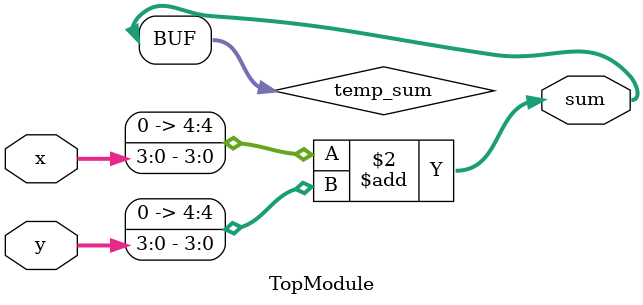
<source format=sv>
module TopModule (
    input  logic [3:0] x,
    input  logic [3:0] y,
    output logic [4:0] sum
);

    logic [4:0] temp_sum;

    always @(*) begin
        temp_sum = {1'b0, x} + {1'b0, y}; // Extend x and y to 5 bits for addition
    end

    assign sum = temp_sum; // Assign the result to the output

endmodule
</source>
